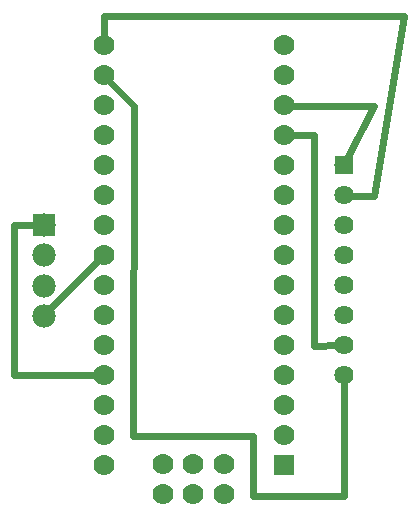
<source format=gtl>
G04 MADE WITH FRITZING*
G04 WWW.FRITZING.ORG*
G04 DOUBLE SIDED*
G04 HOLES PLATED*
G04 CONTOUR ON CENTER OF CONTOUR VECTOR*
%ASAXBY*%
%FSLAX23Y23*%
%MOIN*%
%OFA0B0*%
%SFA1.0B1.0*%
%ADD10C,0.064000*%
%ADD11C,0.070000*%
%ADD12C,0.078000*%
%ADD13R,0.064000X0.064000*%
%ADD14R,0.069958X0.070000*%
%ADD15R,0.077944X0.077986*%
%ADD16C,0.024000*%
%LNCOPPER1*%
G90*
G70*
G54D10*
X1291Y1153D03*
X1291Y1053D03*
X1291Y953D03*
X1291Y853D03*
X1291Y753D03*
X1291Y653D03*
X1291Y553D03*
X1291Y453D03*
G54D11*
X1091Y153D03*
X1091Y253D03*
X1091Y353D03*
X1091Y453D03*
X1091Y553D03*
X1091Y653D03*
X1091Y753D03*
X1091Y853D03*
X1091Y953D03*
X1091Y1053D03*
X1091Y1153D03*
X1091Y1253D03*
X1091Y1353D03*
X1091Y1453D03*
X1091Y1553D03*
X491Y153D03*
X491Y253D03*
X491Y353D03*
X491Y453D03*
X491Y553D03*
X491Y653D03*
X491Y753D03*
X491Y853D03*
X491Y953D03*
X491Y1053D03*
X491Y1153D03*
X491Y1253D03*
X491Y1353D03*
X491Y1453D03*
X491Y1553D03*
X891Y57D03*
X891Y157D03*
X790Y57D03*
X790Y157D03*
X690Y57D03*
X690Y157D03*
G54D12*
X291Y953D03*
X291Y853D03*
X291Y752D03*
X291Y652D03*
G54D13*
X1291Y1153D03*
G54D14*
X1091Y153D03*
G54D15*
X291Y953D03*
G54D16*
X304Y666D02*
X478Y840D01*
D02*
X1291Y52D02*
X990Y52D01*
D02*
X990Y52D02*
X990Y252D01*
D02*
X990Y252D02*
X590Y252D01*
D02*
X591Y1352D02*
X503Y1440D01*
D02*
X590Y252D02*
X591Y1352D01*
D02*
X1291Y433D02*
X1291Y52D01*
D02*
X1109Y1253D02*
X1191Y1253D01*
D02*
X1191Y552D02*
X1271Y553D01*
D02*
X1191Y1253D02*
X1192Y854D01*
D02*
X1192Y854D02*
X1191Y552D01*
D02*
X1491Y1652D02*
X1392Y1052D01*
D02*
X1392Y1052D02*
X1311Y1052D01*
D02*
X492Y1652D02*
X1491Y1652D01*
D02*
X491Y1571D02*
X492Y1652D01*
D02*
X1109Y1352D02*
X1392Y1352D01*
D02*
X1392Y1352D02*
X1300Y1170D01*
D02*
X191Y953D02*
X191Y453D01*
D02*
X191Y453D02*
X473Y453D01*
D02*
X272Y953D02*
X191Y953D01*
G04 End of Copper1*
M02*
</source>
